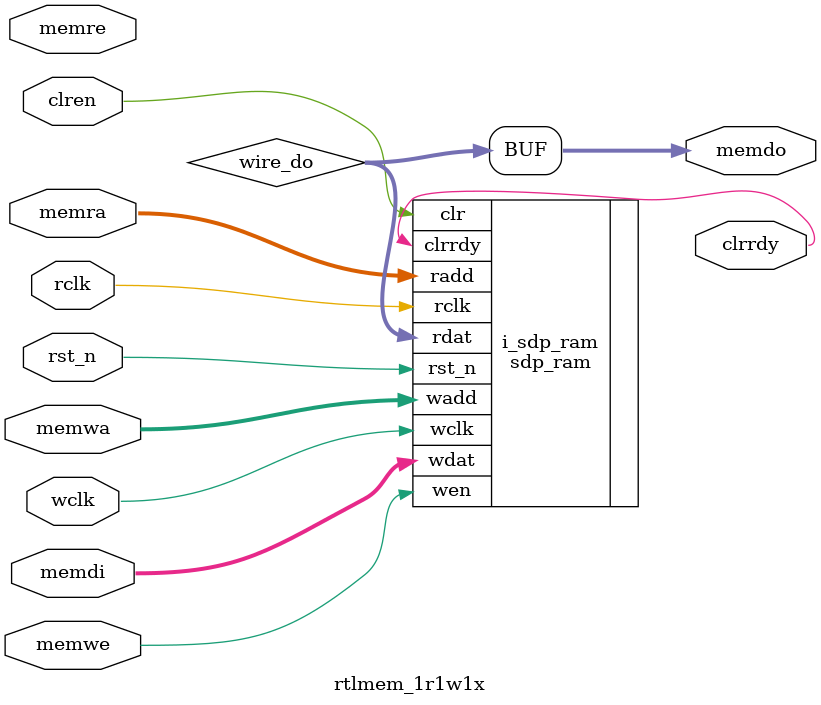
<source format=v>

module rtlmem_1r1w1x
    (
     wclk,
     rst_n,
     
     // Clear content RAM
     clren,
     clrrdy,

     // Write port
     memwe,
     memwa,
     memdi,

     // Read port
     rclk,
     memre,
     memra,
     memdo   
     );

////////////////////////////////////////////////////////////////////////////////
// Parameter declarations
parameter G_TYPE        = "BLOCK";
parameter G_WRADDR      = 10;
parameter G_WRWIDTH     = 16;
parameter G_WRDEPTH     = 2**G_WRADDR;
parameter G_RDADDR      = G_WRADDR;
parameter G_RDWIDTH     = G_WRWIDTH;
parameter G_RDDEPTH     = G_WRDEPTH;
parameter G_RST_VAL     = {G_RDWIDTH{1'b0}};

// Xilinx's Attribute
parameter X_ALGORITHM   = 1;            // 0: fixed primitive, 1: Minimum area, 2: low power
parameter X_PRIM_TYPE   = 1;            // 0: 1x16k, 1: 2x8k, 2: 4x4k, 3: 9x2k, 4: 18x1k, 5: 36x512, 6: 72x512

// Altera's Attribute
parameter A_MAXDEPTH    = 0;            // 0 (auto), 128, 256, 512, 1024, 2048, 4096
parameter A_BRAM_TYPE   = "AUTO";       // AUTO, M512, M4K, M-RAM, MLAB, M9K, M144K, M10K, M20K, LC
parameter A_INIT_FILE   = "UNUSED";

////////////////////////////////////////////////////////////////////////////////
// Port declarations
input                   wclk;
input                   rst_n;

// Clear content RAM
input                   clren;
output                  clrrdy;

// Write port
input                   memwe;
input [G_WRADDR-1:0]    memwa;
input [G_WRWIDTH-1:0]   memdi;

// Read port
input                   rclk;
input                   memre;
input [G_RDADDR-1:0]    memra;
output [G_RDWIDTH-1:0]  memdo;

////////////////////////////////////////////////////////////////////////////////
// Local logic and instantiation
wire [G_RDWIDTH-1:0]    wire_do;
`ifdef RTL_MEM_SIM
reg                     memre1;
always @(posedge rclk)
    begin
    if (!rst_n) memre1 <= 1'b0;
    else        memre1 <= memre;
    end

assign memdo = memre1 ? wire_do : {G_RDWIDTH{1'b0}};  // if not read, data is zero for easy debug
`else
assign memdo = wire_do;
`endif

sdp_ram
    #(
      .G_TYPE           (G_TYPE),
      .G_WRADDR         (G_WRADDR),
      .G_WRWIDTH        (G_WRWIDTH),
      .G_WRDEPTH        (G_WRDEPTH),
      .G_RDADDR         (G_RDADDR),
      .G_RDWIDTH        (G_RDWIDTH),
      .G_RDDEPTH        (G_RDDEPTH),
      .G_PIPELINE       (1),
      .G_RST_VAL        (G_RST_VAL),

      .X_ALGORITHM      (X_ALGORITHM),
      .X_PRIM_TYPE      (X_PRIM_TYPE),
      .X_WR_MODE        ("WRITE_FIRST"),

      .A_WR_MODE        ("NEW_DATA_NO_NBE_READ"),
      .A_MAXDEPTH       (A_MAXDEPTH),
      .A_BRAM_TYPE      (A_BRAM_TYPE),
      .A_INIT_FILE      (A_INIT_FILE)
      )
i_sdp_ram
    (
     .wclk              (wclk),
     .rst_n             (rst_n),
     .clr               (clren),
     .clrrdy            (clrrdy),
     .wen               (memwe),
     .wadd              (memwa),
     .wdat              (memdi),
     .rclk              (rclk),
     .radd              (memra),
     .rdat              (wire_do)
     );

endmodule 

</source>
